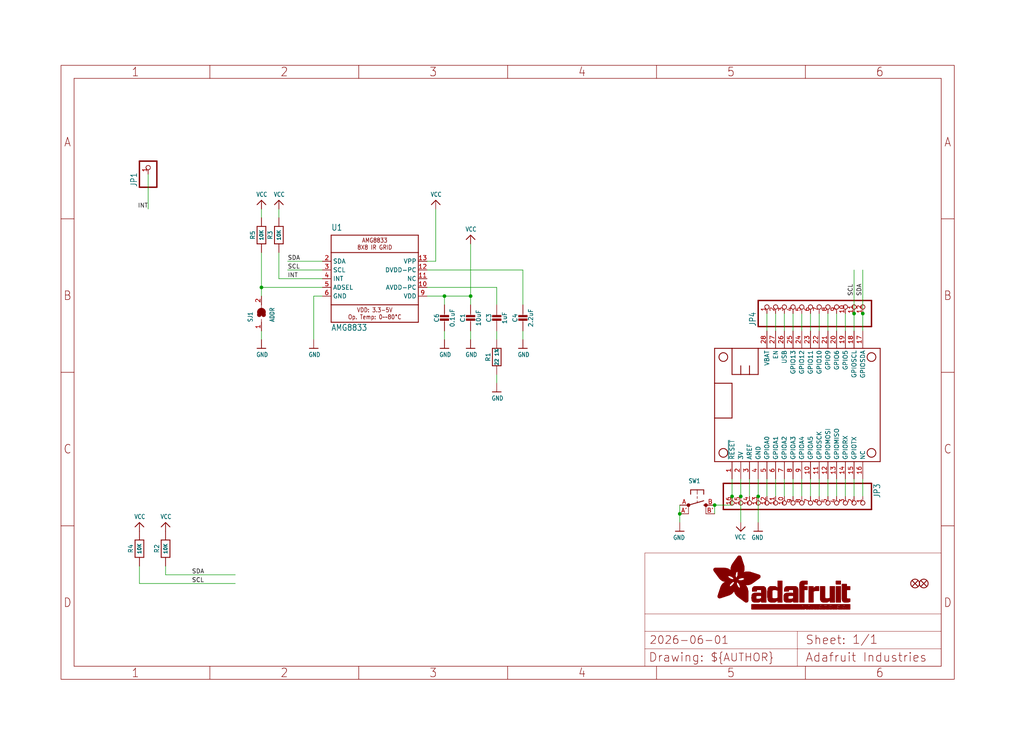
<source format=kicad_sch>
(kicad_sch (version 20230121) (generator eeschema)
  (paper "User" 298.45 217.322)
  (lib_symbols
    (symbol "working-eagle-import:AMG8833"
      (property "Reference" "U" (at -12.7 13.97 0))
      (symbol "AMG8833_1_0"
        (text "AMG8833\n8X8 IR GRID" (at 0 10.16 0) (effects (font (size 1.27 1.0795))))
        (text "VDD: 3.3-5V\nOp. Temp: 0~~80°C" (at 0 -10.16 0) (effects (font (size 1.27 1.0795))))
        (pin power_in line (at 15.24 -2.54 180) (length 2.54) (name "AVDD-PC") (number "10"))
        (pin bidirectional line (at 15.24 0 180) (length 2.54) (name "NC") (number "11"))
        (pin power_in line (at 15.24 2.54 180) (length 2.54) (name "DVDD-PC") (number "12"))
        (pin power_in line (at 15.24 5.08 180) (length 2.54) (name "VPP") (number "13"))
        (pin bidirectional line (at -15.24 5.08 0) (length 2.54) (name "SDA") (number "2"))
        (pin bidirectional line (at -15.24 2.54 0) (length 2.54) (name "SCL") (number "3"))
        (pin output line (at -15.24 0 0) (length 2.54) (name "INT") (number "4"))
        (pin input line (at -15.24 -2.54 0) (length 2.54) (name "ADSEL") (number "5"))
        (pin power_in line (at -15.24 -5.08 0) (length 2.54) (name "GND") (number "6"))
        (pin power_in line (at 15.24 -5.08 180) (length 2.54) (name "VDD") (number "9"))
      )
    )
    (symbol "working-eagle-import:CAP_CERAMIC0805-NOOUTLINE"
      (property "Reference" "C" (at -2.29 1.25 90))
      (symbol "CAP_CERAMIC0805-NOOUTLINE_1_0"
        (pin passive line (at 0 5.08 270) (length 2.54) (name "1") (number "1"))
        (pin passive line (at 0 -2.54 90) (length 2.54) (name "2") (number "2"))
      )
    )
    (symbol "working-eagle-import:FEATHERWING"
      (symbol "FEATHERWING_1_0"
        (pin input line (at 5.08 -5.08 90) (length 5.08) (name "~{RESET}") (number "1"))
        (pin bidirectional line (at 27.94 -5.08 90) (length 5.08) (name "GPIOA5") (number "10"))
        (pin bidirectional line (at 30.48 -5.08 90) (length 5.08) (name "GPIOSCK") (number "11"))
        (pin bidirectional line (at 33.02 -5.08 90) (length 5.08) (name "GPIOMOSI") (number "12"))
        (pin bidirectional line (at 35.56 -5.08 90) (length 5.08) (name "GPIOMISO") (number "13"))
        (pin bidirectional line (at 38.1 -5.08 90) (length 5.08) (name "GPIORX") (number "14"))
        (pin bidirectional line (at 40.64 -5.08 90) (length 5.08) (name "GPIOTX") (number "15"))
        (pin passive line (at 43.18 -5.08 90) (length 5.08) (name "NC") (number "16"))
        (pin bidirectional line (at 43.18 38.1 270) (length 5.08) (name "GPIOSDA") (number "17"))
        (pin bidirectional line (at 40.64 38.1 270) (length 5.08) (name "GPIOSCL") (number "18"))
        (pin bidirectional line (at 38.1 38.1 270) (length 5.08) (name "GPIO5") (number "19"))
        (pin power_in line (at 7.62 -5.08 90) (length 5.08) (name "3V") (number "2"))
        (pin bidirectional line (at 35.56 38.1 270) (length 5.08) (name "GPIO6") (number "20"))
        (pin bidirectional line (at 33.02 38.1 270) (length 5.08) (name "GPIO9") (number "21"))
        (pin bidirectional line (at 30.48 38.1 270) (length 5.08) (name "GPIO10") (number "22"))
        (pin bidirectional line (at 27.94 38.1 270) (length 5.08) (name "GPIO11") (number "23"))
        (pin bidirectional line (at 25.4 38.1 270) (length 5.08) (name "GPIO12") (number "24"))
        (pin bidirectional line (at 22.86 38.1 270) (length 5.08) (name "GPIO13") (number "25"))
        (pin power_in line (at 20.32 38.1 270) (length 5.08) (name "USB") (number "26"))
        (pin passive line (at 17.78 38.1 270) (length 5.08) (name "EN") (number "27"))
        (pin power_in line (at 15.24 38.1 270) (length 5.08) (name "VBAT") (number "28"))
        (pin passive line (at 10.16 -5.08 90) (length 5.08) (name "AREF") (number "3"))
        (pin power_in line (at 12.7 -5.08 90) (length 5.08) (name "GND") (number "4"))
        (pin bidirectional line (at 15.24 -5.08 90) (length 5.08) (name "GPIOA0") (number "5"))
        (pin bidirectional line (at 17.78 -5.08 90) (length 5.08) (name "GPIOA1") (number "6"))
        (pin bidirectional line (at 20.32 -5.08 90) (length 5.08) (name "GPIOA2") (number "7"))
        (pin bidirectional line (at 22.86 -5.08 90) (length 5.08) (name "GPIOA3") (number "8"))
        (pin bidirectional line (at 25.4 -5.08 90) (length 5.08) (name "GPIOA4") (number "9"))
      )
    )
    (symbol "working-eagle-import:FIDUCIAL{dblquote}{dblquote}")
    (symbol "working-eagle-import:FRAME_A4_ADAFRUIT"
      (symbol "FRAME_A4_ADAFRUIT_1_0"
        (text "${#}/${##}" (at 230.505 10.16 0) (effects (font (size 2.54 2.54)) (justify left bottom)))
        (text "${AUTHOR}" (at 189.23 5.08 0) (effects (font (size 2.286 2.286)) (justify left bottom)))
        (text "${CURRENT_DATE}" (at 171.45 10.16 0) (effects (font (size 2.286 2.286)) (justify left bottom)))
        (text "${PROJECTNAME}" (at 171.45 15.24 0) (effects (font (size 2.54 2.54)) (justify left bottom)))
        (text "1" (at 21.6958 1.905 0) (effects (font (size 2.54 2.286))))
        (text "1" (at 21.6958 177.165 0) (effects (font (size 2.54 2.286))))
        (text "2" (at 65.0875 1.905 0) (effects (font (size 2.54 2.286))))
        (text "2" (at 65.0875 177.165 0) (effects (font (size 2.54 2.286))))
        (text "3" (at 108.4792 1.905 0) (effects (font (size 2.54 2.286))))
        (text "3" (at 108.4792 177.165 0) (effects (font (size 2.54 2.286))))
        (text "4" (at 151.8708 1.905 0) (effects (font (size 2.54 2.286))))
        (text "4" (at 151.8708 177.165 0) (effects (font (size 2.54 2.286))))
        (text "5" (at 195.2625 1.905 0) (effects (font (size 2.54 2.286))))
        (text "5" (at 195.2625 177.165 0) (effects (font (size 2.54 2.286))))
        (text "6" (at 238.6542 1.905 0) (effects (font (size 2.54 2.286))))
        (text "6" (at 238.6542 177.165 0) (effects (font (size 2.54 2.286))))
        (text "A" (at 1.905 156.6863 0) (effects (font (size 2.54 2.286))))
        (text "A" (at 258.445 156.6863 0) (effects (font (size 2.54 2.286))))
        (text "Adafruit Industries" (at 216.916 4.953 0) (effects (font (size 2.54 2.54)) (justify left bottom)))
        (text "B" (at 1.905 111.9188 0) (effects (font (size 2.54 2.286))))
        (text "B" (at 258.445 111.9188 0) (effects (font (size 2.54 2.286))))
        (text "C" (at 1.905 67.1513 0) (effects (font (size 2.54 2.286))))
        (text "C" (at 258.445 67.1513 0) (effects (font (size 2.54 2.286))))
        (text "D" (at 1.905 22.3838 0) (effects (font (size 2.54 2.286))))
        (text "D" (at 258.445 22.3838 0) (effects (font (size 2.54 2.286))))
        (text "Drawing:" (at 171.196 4.953 0) (effects (font (size 2.54 2.54)) (justify left bottom)))
        (text "Sheet:" (at 216.916 10.033 0) (effects (font (size 2.54 2.54)) (justify left bottom)))
      )
    )
    (symbol "working-eagle-import:GND" (power)
      (property "Value" "GND" (at -1.524 -2.54 0))
      (symbol "GND_1_0"
        (pin power_in line (at 0 2.54 270) (length 2.54) (name "GND") (number "1"))
      )
    )
    (symbol "working-eagle-import:HEADER-1X12"
      (property "Reference" "JP" (at -6.35 18.415 0))
      (symbol "HEADER-1X12_1_0"
        (pin passive inverted (at -2.54 15.24 0) (length 2.54) (name "1") (number "1"))
        (pin passive inverted (at -2.54 -7.62 0) (length 2.54) (name "10") (number "10"))
        (pin passive inverted (at -2.54 -10.16 0) (length 2.54) (name "11") (number "11"))
        (pin passive inverted (at -2.54 -12.7 0) (length 2.54) (name "12") (number "12"))
        (pin passive inverted (at -2.54 12.7 0) (length 2.54) (name "2") (number "2"))
        (pin passive inverted (at -2.54 10.16 0) (length 2.54) (name "3") (number "3"))
        (pin passive inverted (at -2.54 7.62 0) (length 2.54) (name "4") (number "4"))
        (pin passive inverted (at -2.54 5.08 0) (length 2.54) (name "5") (number "5"))
        (pin passive inverted (at -2.54 2.54 0) (length 2.54) (name "6") (number "6"))
        (pin passive inverted (at -2.54 0 0) (length 2.54) (name "7") (number "7"))
        (pin passive inverted (at -2.54 -2.54 0) (length 2.54) (name "8") (number "8"))
        (pin passive inverted (at -2.54 -5.08 0) (length 2.54) (name "9") (number "9"))
      )
    )
    (symbol "working-eagle-import:HEADER-1X16ROUND"
      (property "Reference" "JP" (at -6.35 20.955 0))
      (symbol "HEADER-1X16ROUND_1_0"
        (pin passive inverted (at -2.54 17.78 0) (length 2.54) (name "1") (number "1"))
        (pin passive inverted (at -2.54 -5.08 0) (length 2.54) (name "10") (number "10"))
        (pin passive inverted (at -2.54 -7.62 0) (length 2.54) (name "11") (number "11"))
        (pin passive inverted (at -2.54 -10.16 0) (length 2.54) (name "12") (number "12"))
        (pin passive inverted (at -2.54 -12.7 0) (length 2.54) (name "13") (number "13"))
        (pin passive inverted (at -2.54 -15.24 0) (length 2.54) (name "14") (number "14"))
        (pin passive inverted (at -2.54 -17.78 0) (length 2.54) (name "15") (number "15"))
        (pin passive inverted (at -2.54 -20.32 0) (length 2.54) (name "16") (number "16"))
        (pin passive inverted (at -2.54 15.24 0) (length 2.54) (name "2") (number "2"))
        (pin passive inverted (at -2.54 12.7 0) (length 2.54) (name "3") (number "3"))
        (pin passive inverted (at -2.54 10.16 0) (length 2.54) (name "4") (number "4"))
        (pin passive inverted (at -2.54 7.62 0) (length 2.54) (name "5") (number "5"))
        (pin passive inverted (at -2.54 5.08 0) (length 2.54) (name "6") (number "6"))
        (pin passive inverted (at -2.54 2.54 0) (length 2.54) (name "7") (number "7"))
        (pin passive inverted (at -2.54 0 0) (length 2.54) (name "8") (number "8"))
        (pin passive inverted (at -2.54 -2.54 0) (length 2.54) (name "9") (number "9"))
      )
    )
    (symbol "working-eagle-import:HEADER-1X1ROUND"
      (property "Reference" "JP" (at -6.35 3.175 0))
      (symbol "HEADER-1X1ROUND_1_0"
        (pin passive inverted (at -2.54 0 0) (length 2.54) (name "1") (number "1"))
      )
    )
    (symbol "working-eagle-import:RESISTOR0805_NOOUTLINE"
      (property "Reference" "R" (at 0 2.54 0))
      (symbol "RESISTOR0805_NOOUTLINE_1_0"
        (pin passive line (at -5.08 0 0) (length 2.54) (name "1") (number "1"))
        (pin passive line (at 5.08 0 180) (length 2.54) (name "2") (number "2"))
      )
    )
    (symbol "working-eagle-import:SOLDERJUMPER"
      (property "Reference" "SJ" (at -2.54 2.54 0))
      (symbol "SOLDERJUMPER_1_0"
        (pin passive line (at -5.08 0 0) (length 2.54) (name "1") (number "1"))
        (pin passive line (at 5.08 0 180) (length 2.54) (name "2") (number "2"))
      )
    )
    (symbol "working-eagle-import:SWITCH_TACT_SMT4.6X2.8"
      (property "Reference" "SW" (at -2.54 6.35 0))
      (symbol "SWITCH_TACT_SMT4.6X2.8_1_0"
        (pin passive line (at -5.08 0 0) (length 2.54) (name "P") (number "A"))
        (pin passive line (at -5.08 -2.54 0) (length 2.54) (name "P1") (number "A'"))
        (pin passive line (at 5.08 0 180) (length 2.54) (name "S") (number "B"))
        (pin passive line (at 5.08 -2.54 180) (length 2.54) (name "S1") (number "B'"))
      )
    )
    (symbol "working-eagle-import:VCC" (power)
      (property "Value" "VCC" (at -1.524 1.016 0))
      (symbol "VCC_1_0"
        (pin power_in line (at 0 -2.54 90) (length 2.54) (name "VCC") (number "1"))
      )
    )
  )
  (junction (at 248.92 91.44))
  (junction (at 198.12 149.86))
  (junction (at 129.54 86.36))
  (junction (at 213.36 144.78))
  (junction (at 251.46 91.44))
  (junction (at 137.16 86.36))
  (junction (at 76.2 83.82))
  (junction (at 208.28 147.32))
  (junction (at 220.98 144.78))
  (junction (at 215.9 144.78))
  (wire (pts (xy 93.98 83.82) (xy 76.2 83.82)) (stroke (width 0.1524)))
  (wire (pts (xy 248.92 91.44) (xy 248.92 96.52)) (stroke (width 0.1524)))
  (wire (pts (xy 223.52 144.78) (xy 223.52 139.7)) (stroke (width 0.1524)))
  (wire (pts (xy 208.28 147.32) (xy 213.36 147.32)) (stroke (width 0.1524)))
  (wire (pts (xy 231.14 144.78) (xy 231.14 139.7)) (stroke (width 0.1524)))
  (wire (pts (xy 144.78 96.52) (xy 144.78 99.06)) (stroke (width 0.1524)))
  (wire (pts (xy 226.06 91.44) (xy 226.06 96.52)) (stroke (width 0.1524)))
  (wire (pts (xy 93.98 76.2) (xy 83.82 76.2)) (stroke (width 0.1524)))
  (wire (pts (xy 233.68 91.44) (xy 233.68 96.52)) (stroke (width 0.1524)))
  (wire (pts (xy 228.6 91.44) (xy 228.6 96.52)) (stroke (width 0.1524)))
  (wire (pts (xy 213.36 144.78) (xy 213.36 139.7)) (stroke (width 0.1524)))
  (wire (pts (xy 215.9 144.78) (xy 215.9 139.7)) (stroke (width 0.1524)))
  (wire (pts (xy 129.54 99.06) (xy 129.54 96.52)) (stroke (width 0.1524)))
  (wire (pts (xy 76.2 63.5) (xy 76.2 60.96)) (stroke (width 0.1524)))
  (wire (pts (xy 198.12 147.32) (xy 198.12 149.86)) (stroke (width 0.1524)))
  (wire (pts (xy 248.92 78.74) (xy 248.92 91.44)) (stroke (width 0.1524)))
  (wire (pts (xy 137.16 86.36) (xy 137.16 88.9)) (stroke (width 0.1524)))
  (wire (pts (xy 124.46 83.82) (xy 144.78 83.82)) (stroke (width 0.1524)))
  (wire (pts (xy 76.2 83.82) (xy 76.2 86.36)) (stroke (width 0.1524)))
  (wire (pts (xy 236.22 144.78) (xy 236.22 139.7)) (stroke (width 0.1524)))
  (wire (pts (xy 127 76.2) (xy 127 60.96)) (stroke (width 0.1524)))
  (wire (pts (xy 243.84 91.44) (xy 243.84 96.52)) (stroke (width 0.1524)))
  (wire (pts (xy 152.4 78.74) (xy 152.4 88.9)) (stroke (width 0.1524)))
  (wire (pts (xy 124.46 78.74) (xy 152.4 78.74)) (stroke (width 0.1524)))
  (wire (pts (xy 81.28 63.5) (xy 81.28 60.96)) (stroke (width 0.1524)))
  (wire (pts (xy 213.36 147.32) (xy 213.36 144.78)) (stroke (width 0.1524)))
  (wire (pts (xy 215.9 152.4) (xy 215.9 144.78)) (stroke (width 0.1524)))
  (wire (pts (xy 40.64 170.18) (xy 40.64 165.1)) (stroke (width 0.1524)))
  (wire (pts (xy 251.46 91.44) (xy 251.46 96.52)) (stroke (width 0.1524)))
  (wire (pts (xy 220.98 144.78) (xy 220.98 139.7)) (stroke (width 0.1524)))
  (wire (pts (xy 228.6 144.78) (xy 228.6 139.7)) (stroke (width 0.1524)))
  (wire (pts (xy 93.98 81.28) (xy 81.28 81.28)) (stroke (width 0.1524)))
  (wire (pts (xy 76.2 96.52) (xy 76.2 99.06)) (stroke (width 0.1524)))
  (wire (pts (xy 124.46 86.36) (xy 129.54 86.36)) (stroke (width 0.1524)))
  (wire (pts (xy 93.98 78.74) (xy 83.82 78.74)) (stroke (width 0.1524)))
  (wire (pts (xy 76.2 83.82) (xy 76.2 73.66)) (stroke (width 0.1524)))
  (wire (pts (xy 208.28 147.32) (xy 208.28 149.86)) (stroke (width 0.1524)))
  (wire (pts (xy 68.58 170.18) (xy 40.64 170.18)) (stroke (width 0.1524)))
  (wire (pts (xy 152.4 96.52) (xy 152.4 99.06)) (stroke (width 0.1524)))
  (wire (pts (xy 137.16 96.52) (xy 137.16 99.06)) (stroke (width 0.1524)))
  (wire (pts (xy 248.92 144.78) (xy 248.92 139.7)) (stroke (width 0.1524)))
  (wire (pts (xy 81.28 81.28) (xy 81.28 73.66)) (stroke (width 0.1524)))
  (wire (pts (xy 238.76 144.78) (xy 238.76 139.7)) (stroke (width 0.1524)))
  (wire (pts (xy 144.78 83.82) (xy 144.78 88.9)) (stroke (width 0.1524)))
  (wire (pts (xy 233.68 144.78) (xy 233.68 139.7)) (stroke (width 0.1524)))
  (wire (pts (xy 241.3 144.78) (xy 241.3 139.7)) (stroke (width 0.1524)))
  (wire (pts (xy 198.12 149.86) (xy 198.12 152.4)) (stroke (width 0.1524)))
  (wire (pts (xy 241.3 91.44) (xy 241.3 96.52)) (stroke (width 0.1524)))
  (wire (pts (xy 144.78 109.22) (xy 144.78 111.76)) (stroke (width 0.1524)))
  (wire (pts (xy 137.16 86.36) (xy 137.16 71.12)) (stroke (width 0.1524)))
  (wire (pts (xy 93.98 86.36) (xy 91.44 86.36)) (stroke (width 0.1524)))
  (wire (pts (xy 243.84 144.78) (xy 243.84 139.7)) (stroke (width 0.1524)))
  (wire (pts (xy 251.46 144.78) (xy 251.46 139.7)) (stroke (width 0.1524)))
  (wire (pts (xy 218.44 144.78) (xy 218.44 139.7)) (stroke (width 0.1524)))
  (wire (pts (xy 231.14 91.44) (xy 231.14 96.52)) (stroke (width 0.1524)))
  (wire (pts (xy 43.18 50.8) (xy 43.18 60.96)) (stroke (width 0.1524)))
  (wire (pts (xy 246.38 91.44) (xy 246.38 96.52)) (stroke (width 0.1524)))
  (wire (pts (xy 91.44 86.36) (xy 91.44 99.06)) (stroke (width 0.1524)))
  (wire (pts (xy 129.54 86.36) (xy 137.16 86.36)) (stroke (width 0.1524)))
  (wire (pts (xy 226.06 144.78) (xy 226.06 139.7)) (stroke (width 0.1524)))
  (wire (pts (xy 129.54 88.9) (xy 129.54 86.36)) (stroke (width 0.1524)))
  (wire (pts (xy 220.98 152.4) (xy 220.98 144.78)) (stroke (width 0.1524)))
  (wire (pts (xy 124.46 76.2) (xy 127 76.2)) (stroke (width 0.1524)))
  (wire (pts (xy 236.22 91.44) (xy 236.22 96.52)) (stroke (width 0.1524)))
  (wire (pts (xy 223.52 91.44) (xy 223.52 96.52)) (stroke (width 0.1524)))
  (wire (pts (xy 251.46 91.44) (xy 251.46 78.74)) (stroke (width 0.1524)))
  (wire (pts (xy 238.76 91.44) (xy 238.76 96.52)) (stroke (width 0.1524)))
  (wire (pts (xy 48.26 167.64) (xy 48.26 165.1)) (stroke (width 0.1524)))
  (wire (pts (xy 246.38 144.78) (xy 246.38 139.7)) (stroke (width 0.1524)))
  (wire (pts (xy 68.58 167.64) (xy 48.26 167.64)) (stroke (width 0.1524)))
  (label "INT" (at 83.82 81.28 0) (effects (font (size 1.2446 1.2446))))
  (label "SDA" (at 55.88 167.64 0) (effects (font (size 1.2446 1.2446))))
  (label "INT" (at 43.18 60.96 180) (effects (font (size 1.2446 1.2446))))
  (label "SCL" (at 55.88 170.18 0) (effects (font (size 1.2446 1.2446))))
  (label "SDA" (at 251.46 86.36 90) (effects (font (size 1.2446 1.2446))))
  (label "SCL" (at 248.92 86.36 90) (effects (font (size 1.2446 1.2446))))
  (label "SDA" (at 83.82 76.2 0) (effects (font (size 1.2446 1.2446))))
  (label "SCL" (at 83.82 78.74 0) (effects (font (size 1.2446 1.2446))))
  (symbol (lib_id "working-eagle-import:GND") (at 152.4 101.6 0) (unit 1)
    (property "Reference" "#U$9" (effects hide))
    (property "Value" "GND" (at 150.876 104.14 0) (effects (font (size 1.27 1.0795)) (justify left bottom)))
  )
  (symbol (lib_id "working-eagle-import:FIDUCIAL{dblquote}{dblquote}") (at 269.24 170.18 0) (unit 1)
    (property "Reference" "FID1" (effects hide))
    (property "Value" "FIDUCIAL{dblquote}{dblquote}" (effects hide))
    (property "Footprint" "working:FIDUCIAL_1MM" (effects hide))
  )
  (symbol (lib_id "working-eagle-import:HEADER-1X16ROUND") (at 233.68 147.32 270) (unit 1)
    (property "Reference" "JP3" (at 254.635 140.97 0) (effects (font (size 1.778 1.5113)) (justify left bottom)))
    (property "Value" "HEADER-1X16ROUND" (effects hide))
    (property "Footprint" "working:1X16_ROUND" (effects hide))
  )
  (symbol (lib_id "working-eagle-import:VCC") (at 76.2 58.42 0) (unit 1)
    (property "Reference" "#P+2" (effects hide))
    (property "Value" "VCC" (at 74.676 57.404 0) (effects (font (size 1.27 1.0795)) (justify left bottom)))
  )
  (symbol (lib_id "working-eagle-import:GND") (at 198.12 154.94 0) (mirror y) (unit 1)
    (property "Reference" "#U$13" (effects hide))
    (property "Value" "GND" (at 199.644 157.48 0) (effects (font (size 1.27 1.0795)) (justify left bottom)))
  )
  (symbol (lib_id "working-eagle-import:GND") (at 76.2 101.6 0) (unit 1)
    (property "Reference" "#U$5" (effects hide))
    (property "Value" "GND" (at 74.676 104.14 0) (effects (font (size 1.27 1.0795)) (justify left bottom)))
  )
  (symbol (lib_id "working-eagle-import:FRAME_A4_ADAFRUIT") (at 17.78 198.12 0) (unit 1)
    (property "Reference" "#U$1" (effects hide))
    (property "Value" "FRAME_A4_ADAFRUIT" (effects hide))
  )
  (symbol (lib_id "working-eagle-import:RESISTOR0805_NOOUTLINE") (at 40.64 160.02 90) (unit 1)
    (property "Reference" "R4" (at 38.1 160.02 0))
    (property "Value" "10K" (at 40.64 160.02 0) (effects (font (size 1.016 1.016) bold)))
    (property "Footprint" "working:0805-NO" (effects hide))
  )
  (symbol (lib_id "working-eagle-import:VCC") (at 81.28 58.42 0) (unit 1)
    (property "Reference" "#P+3" (effects hide))
    (property "Value" "VCC" (at 79.756 57.404 0) (effects (font (size 1.27 1.0795)) (justify left bottom)))
  )
  (symbol (lib_id "working-eagle-import:HEADER-1X12") (at 238.76 88.9 90) (unit 1)
    (property "Reference" "JP4" (at 220.345 95.25 0) (effects (font (size 1.778 1.5113)) (justify left bottom)))
    (property "Value" "HEADER-1X12" (effects hide))
    (property "Footprint" "working:1X12_ROUND" (effects hide))
  )
  (symbol (lib_id "working-eagle-import:GND") (at 129.54 101.6 0) (unit 1)
    (property "Reference" "#U$26" (effects hide))
    (property "Value" "GND" (at 128.016 104.14 0) (effects (font (size 1.27 1.0795)) (justify left bottom)))
  )
  (symbol (lib_id "working-eagle-import:RESISTOR0805_NOOUTLINE") (at 81.28 68.58 90) (unit 1)
    (property "Reference" "R3" (at 78.74 68.58 0))
    (property "Value" "10K" (at 81.28 68.58 0) (effects (font (size 1.016 1.016) bold)))
    (property "Footprint" "working:0805-NO" (effects hide))
  )
  (symbol (lib_id "working-eagle-import:RESISTOR0805_NOOUTLINE") (at 144.78 104.14 90) (unit 1)
    (property "Reference" "R1" (at 142.24 104.14 0))
    (property "Value" "22 1%" (at 144.78 104.14 0) (effects (font (size 1.016 1.016) bold)))
    (property "Footprint" "working:0805-NO" (effects hide))
  )
  (symbol (lib_id "working-eagle-import:CAP_CERAMIC0805-NOOUTLINE") (at 137.16 93.98 0) (unit 1)
    (property "Reference" "C1" (at 134.87 92.73 90))
    (property "Value" "10uF" (at 139.46 92.73 90))
    (property "Footprint" "working:0805-NO" (effects hide))
  )
  (symbol (lib_id "working-eagle-import:CAP_CERAMIC0805-NOOUTLINE") (at 144.78 93.98 0) (unit 1)
    (property "Reference" "C3" (at 142.49 92.73 90))
    (property "Value" "1uF" (at 147.08 92.73 90))
    (property "Footprint" "working:0805-NO" (effects hide))
  )
  (symbol (lib_id "working-eagle-import:RESISTOR0805_NOOUTLINE") (at 76.2 68.58 90) (unit 1)
    (property "Reference" "R5" (at 73.66 68.58 0))
    (property "Value" "10K" (at 76.2 68.58 0) (effects (font (size 1.016 1.016) bold)))
    (property "Footprint" "working:0805-NO" (effects hide))
  )
  (symbol (lib_id "working-eagle-import:VCC") (at 215.9 154.94 180) (unit 1)
    (property "Reference" "#P+1" (effects hide))
    (property "Value" "VCC" (at 217.424 155.956 0) (effects (font (size 1.27 1.0795)) (justify left bottom)))
  )
  (symbol (lib_id "working-eagle-import:RESISTOR0805_NOOUTLINE") (at 48.26 160.02 90) (unit 1)
    (property "Reference" "R2" (at 45.72 160.02 0))
    (property "Value" "10K" (at 48.26 160.02 0) (effects (font (size 1.016 1.016) bold)))
    (property "Footprint" "working:0805-NO" (effects hide))
  )
  (symbol (lib_id "working-eagle-import:VCC") (at 48.26 152.4 0) (unit 1)
    (property "Reference" "#P+10" (effects hide))
    (property "Value" "VCC" (at 46.736 151.384 0) (effects (font (size 1.27 1.0795)) (justify left bottom)))
  )
  (symbol (lib_id "working-eagle-import:SWITCH_TACT_SMT4.6X2.8") (at 203.2 147.32 0) (unit 1)
    (property "Reference" "SW1" (at 200.66 140.97 0) (effects (font (size 1.27 1.0795)) (justify left bottom)))
    (property "Value" "SWITCH_TACT_SMT4.6X2.8" (effects hide))
    (property "Footprint" "working:BTN_KMR2_4.6X2.8" (effects hide))
  )
  (symbol (lib_id "working-eagle-import:SOLDERJUMPER") (at 76.2 91.44 90) (unit 1)
    (property "Reference" "SJ1" (at 73.66 93.98 0) (effects (font (size 1.27 1.0795)) (justify left bottom)))
    (property "Value" "ADDR" (at 80.01 93.98 0) (effects (font (size 1.27 1.0795)) (justify left bottom)))
    (property "Footprint" "working:SOLDERJUMPER_ARROW_NOPASTE" (effects hide))
  )
  (symbol (lib_id "working-eagle-import:HEADER-1X1ROUND") (at 43.18 48.26 90) (unit 1)
    (property "Reference" "JP1" (at 40.005 54.61 0) (effects (font (size 1.778 1.5113)) (justify left bottom)))
    (property "Value" "HEADER-1X1ROUND" (effects hide))
    (property "Footprint" "working:1X01_ROUND" (effects hide))
  )
  (symbol (lib_id "working-eagle-import:CAP_CERAMIC0805-NOOUTLINE") (at 129.54 93.98 0) (unit 1)
    (property "Reference" "C6" (at 127.25 92.73 90))
    (property "Value" "0.1uF" (at 131.84 92.73 90))
    (property "Footprint" "working:0805-NO" (effects hide))
  )
  (symbol (lib_id "working-eagle-import:FIDUCIAL{dblquote}{dblquote}") (at 266.7 170.18 0) (unit 1)
    (property "Reference" "FID2" (effects hide))
    (property "Value" "FIDUCIAL{dblquote}{dblquote}" (effects hide))
    (property "Footprint" "working:FIDUCIAL_1MM" (effects hide))
  )
  (symbol (lib_id "working-eagle-import:CAP_CERAMIC0805-NOOUTLINE") (at 152.4 93.98 0) (unit 1)
    (property "Reference" "C4" (at 150.11 92.73 90))
    (property "Value" "2.2uF" (at 154.7 92.73 90))
    (property "Footprint" "working:0805-NO" (effects hide))
  )
  (symbol (lib_id "working-eagle-import:GND") (at 91.44 101.6 0) (unit 1)
    (property "Reference" "#U$6" (effects hide))
    (property "Value" "GND" (at 89.916 104.14 0) (effects (font (size 1.27 1.0795)) (justify left bottom)))
  )
  (symbol (lib_id "working-eagle-import:GND") (at 220.98 154.94 0) (mirror y) (unit 1)
    (property "Reference" "#U$47" (effects hide))
    (property "Value" "GND" (at 222.504 157.48 0) (effects (font (size 1.27 1.0795)) (justify left bottom)))
  )
  (symbol (lib_id "working-eagle-import:VCC") (at 127 58.42 0) (unit 1)
    (property "Reference" "#P+4" (effects hide))
    (property "Value" "VCC" (at 125.476 57.404 0) (effects (font (size 1.27 1.0795)) (justify left bottom)))
  )
  (symbol (lib_id "working-eagle-import:GND") (at 137.16 101.6 0) (unit 1)
    (property "Reference" "#U$8" (effects hide))
    (property "Value" "GND" (at 135.636 104.14 0) (effects (font (size 1.27 1.0795)) (justify left bottom)))
  )
  (symbol (lib_id "working-eagle-import:VCC") (at 137.16 68.58 0) (unit 1)
    (property "Reference" "#P+5" (effects hide))
    (property "Value" "VCC" (at 135.636 67.564 0) (effects (font (size 1.27 1.0795)) (justify left bottom)))
  )
  (symbol (lib_id "working-eagle-import:FEATHERWING") (at 208.28 134.62 0) (unit 1)
    (property "Reference" "MS1" (effects hide))
    (property "Value" "FEATHERWING" (effects hide))
    (property "Footprint" "working:FEATHERWING" (effects hide))
  )
  (symbol (lib_id "working-eagle-import:AMG8833") (at 109.22 81.28 0) (unit 1)
    (property "Reference" "U1" (at 96.52 67.31 0) (effects (font (size 1.778 1.5113)) (justify left bottom)))
    (property "Value" "AMG8833" (at 96.52 96.52 0) (effects (font (size 1.778 1.5113)) (justify left bottom)))
    (property "Footprint" "working:AMG8833" (effects hide))
  )
  (symbol (lib_id "working-eagle-import:GND") (at 144.78 114.3 0) (unit 1)
    (property "Reference" "#U$7" (effects hide))
    (property "Value" "GND" (at 143.256 116.84 0) (effects (font (size 1.27 1.0795)) (justify left bottom)))
  )
  (symbol (lib_id "working-eagle-import:VCC") (at 40.64 152.4 0) (unit 1)
    (property "Reference" "#P+11" (effects hide))
    (property "Value" "VCC" (at 39.116 151.384 0) (effects (font (size 1.27 1.0795)) (justify left bottom)))
  )
)
</source>
